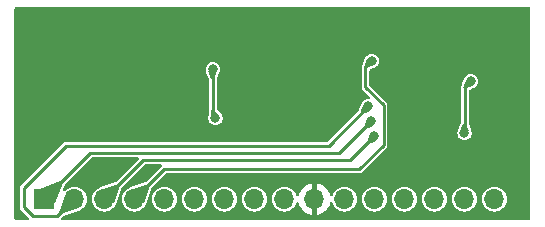
<source format=gbl>
G04 #@! TF.GenerationSoftware,KiCad,Pcbnew,8.0.4*
G04 #@! TF.CreationDate,2024-08-16T15:34:14+02:00*
G04 #@! TF.ProjectId,AT8,4154382e-6b69-4636-9164-5f7063625858,00*
G04 #@! TF.SameCoordinates,Original*
G04 #@! TF.FileFunction,Copper,L2,Bot*
G04 #@! TF.FilePolarity,Positive*
%FSLAX46Y46*%
G04 Gerber Fmt 4.6, Leading zero omitted, Abs format (unit mm)*
G04 Created by KiCad (PCBNEW 8.0.4) date 2024-08-16 15:34:14*
%MOMM*%
%LPD*%
G01*
G04 APERTURE LIST*
G04 #@! TA.AperFunction,ComponentPad*
%ADD10O,1.700000X1.700000*%
G04 #@! TD*
G04 #@! TA.AperFunction,ComponentPad*
%ADD11R,1.700000X1.700000*%
G04 #@! TD*
G04 #@! TA.AperFunction,ViaPad*
%ADD12C,0.800000*%
G04 #@! TD*
G04 #@! TA.AperFunction,Conductor*
%ADD13C,0.250000*%
G04 #@! TD*
G04 #@! TA.AperFunction,Conductor*
%ADD14C,0.254000*%
G04 #@! TD*
G04 APERTURE END LIST*
D10*
X54330000Y-29972000D03*
X51790000Y-29972000D03*
X49250000Y-29972000D03*
X46710000Y-29972000D03*
X44170000Y-29972000D03*
X41630000Y-29972000D03*
X39090000Y-29972000D03*
X36550000Y-29972000D03*
X34010000Y-29972000D03*
X31470000Y-29972000D03*
X28930000Y-29972000D03*
X26390000Y-29972000D03*
X23850000Y-29972000D03*
X21310000Y-29972000D03*
X18770000Y-29972000D03*
D11*
X16230000Y-29972000D03*
D12*
X51816000Y-18730000D03*
X37338000Y-17968000D03*
X44450000Y-19746000D03*
X27432000Y-21778000D03*
X25914067Y-16704067D03*
X54102000Y-24064000D03*
X43662000Y-22098000D03*
X51790000Y-24384000D03*
X44170000Y-24638000D03*
X52324000Y-20000000D03*
X43929000Y-18275000D03*
X43916000Y-23368000D03*
X30708000Y-23114000D03*
X30480000Y-18984000D03*
D13*
X40299000Y-25461000D02*
X43662000Y-22098000D01*
X15240000Y-31430000D02*
X14478000Y-30668000D01*
X18034000Y-25461000D02*
X40299000Y-25461000D01*
X14478000Y-29017000D02*
X18034000Y-25461000D01*
X14478000Y-30668000D02*
X14478000Y-29017000D01*
X17312000Y-31430000D02*
X15240000Y-31430000D01*
X18770000Y-29972000D02*
X17312000Y-31430000D01*
D14*
X51816000Y-24358000D02*
X51790000Y-24384000D01*
X52324000Y-20000000D02*
X51816000Y-20508000D01*
X51816000Y-20508000D02*
X51816000Y-24358000D01*
X24612000Y-26670000D02*
X21310000Y-29972000D01*
X42138000Y-26670000D02*
X24612000Y-26670000D01*
X44170000Y-24638000D02*
X42138000Y-26670000D01*
X44938067Y-22012067D02*
X44938067Y-25393933D01*
X42900000Y-27432000D02*
X26390000Y-27432000D01*
X43408000Y-20482000D02*
X44938067Y-22012067D01*
X26390000Y-27432000D02*
X23850000Y-29972000D01*
X43929000Y-18275000D02*
X43408000Y-18796000D01*
X43408000Y-18796000D02*
X43408000Y-20482000D01*
X44938067Y-25393933D02*
X42900000Y-27432000D01*
X41188000Y-26096000D02*
X20106000Y-26096000D01*
X20106000Y-26096000D02*
X16230000Y-29972000D01*
X43916000Y-23368000D02*
X41188000Y-26096000D01*
X30480000Y-18984000D02*
X30480000Y-22886000D01*
X30480000Y-22886000D02*
X30708000Y-23114000D01*
G04 #@! TA.AperFunction,Conductor*
G36*
X57321039Y-13735685D02*
G01*
X57366794Y-13788489D01*
X57378000Y-13840000D01*
X57378000Y-31626000D01*
X57358315Y-31693039D01*
X57305511Y-31738794D01*
X57254000Y-31750000D01*
X17751689Y-31750000D01*
X17684650Y-31730315D01*
X17638895Y-31677511D01*
X17628951Y-31608353D01*
X17657976Y-31544797D01*
X17664007Y-31538320D01*
X17690825Y-31511501D01*
X17737668Y-31464657D01*
X17784271Y-31435340D01*
X19151700Y-30955287D01*
X19156854Y-30953399D01*
X19157444Y-30953174D01*
X19157446Y-30953172D01*
X19163544Y-30950848D01*
X19163682Y-30951210D01*
X19172437Y-30947691D01*
X19173954Y-30947232D01*
X19356450Y-30849685D01*
X19516410Y-30718410D01*
X19647685Y-30558450D01*
X19745232Y-30375954D01*
X19805300Y-30177934D01*
X19825583Y-29972000D01*
X19805300Y-29766066D01*
X19745232Y-29568046D01*
X19647685Y-29385550D01*
X19555535Y-29273264D01*
X19516410Y-29225589D01*
X19366121Y-29102252D01*
X19356450Y-29094315D01*
X19173954Y-28996768D01*
X18975934Y-28936700D01*
X18975932Y-28936699D01*
X18975934Y-28936699D01*
X18770000Y-28916417D01*
X18564067Y-28936699D01*
X18440618Y-28974147D01*
X18367085Y-28996453D01*
X18366043Y-28996769D01*
X18278114Y-29043769D01*
X18183550Y-29094315D01*
X18183548Y-29094316D01*
X18183547Y-29094317D01*
X18023588Y-29225590D01*
X17988579Y-29268249D01*
X17930833Y-29307583D01*
X17860989Y-29309452D01*
X17801221Y-29273264D01*
X17770505Y-29210508D01*
X17777723Y-29143214D01*
X17941096Y-28738043D01*
X17968414Y-28696739D01*
X20205336Y-26459819D01*
X20266659Y-26426334D01*
X20293017Y-26423500D01*
X24095983Y-26423500D01*
X24163022Y-26443185D01*
X24208777Y-26495989D01*
X24218721Y-26565147D01*
X24189696Y-26628703D01*
X24183664Y-26635181D01*
X22340796Y-28478047D01*
X22294328Y-28507317D01*
X20928036Y-28988789D01*
X20922477Y-28990837D01*
X20915932Y-28993357D01*
X20915780Y-28992962D01*
X20907082Y-28996453D01*
X20906052Y-28996765D01*
X20906043Y-28996769D01*
X20818114Y-29043769D01*
X20723550Y-29094315D01*
X20723548Y-29094316D01*
X20723547Y-29094317D01*
X20563589Y-29225589D01*
X20432317Y-29385547D01*
X20334769Y-29568043D01*
X20274699Y-29766067D01*
X20254417Y-29972000D01*
X20274699Y-30177932D01*
X20274700Y-30177934D01*
X20334768Y-30375954D01*
X20432315Y-30558450D01*
X20432317Y-30558452D01*
X20563589Y-30718410D01*
X20655257Y-30793639D01*
X20723550Y-30849685D01*
X20906046Y-30947232D01*
X21104066Y-31007300D01*
X21104065Y-31007300D01*
X21122529Y-31009118D01*
X21310000Y-31027583D01*
X21515934Y-31007300D01*
X21713954Y-30947232D01*
X21896450Y-30849685D01*
X22056410Y-30718410D01*
X22187685Y-30558450D01*
X22285232Y-30375954D01*
X22286917Y-30370397D01*
X22293164Y-30354087D01*
X22293210Y-30353953D01*
X22293215Y-30353947D01*
X22774680Y-28987668D01*
X22803947Y-28941206D01*
X24711336Y-27033819D01*
X24772659Y-27000334D01*
X24799017Y-26997500D01*
X26061983Y-26997500D01*
X26129022Y-27017185D01*
X26174777Y-27069989D01*
X26184721Y-27139147D01*
X26155696Y-27202703D01*
X26149664Y-27209181D01*
X24880796Y-28478047D01*
X24834328Y-28507317D01*
X23468036Y-28988789D01*
X23462477Y-28990837D01*
X23455932Y-28993357D01*
X23455780Y-28992962D01*
X23447082Y-28996453D01*
X23446052Y-28996765D01*
X23446043Y-28996769D01*
X23358114Y-29043769D01*
X23263550Y-29094315D01*
X23263548Y-29094316D01*
X23263547Y-29094317D01*
X23103589Y-29225589D01*
X22972317Y-29385547D01*
X22874769Y-29568043D01*
X22814699Y-29766067D01*
X22794417Y-29972000D01*
X22814699Y-30177932D01*
X22814700Y-30177934D01*
X22874768Y-30375954D01*
X22972315Y-30558450D01*
X22972317Y-30558452D01*
X23103589Y-30718410D01*
X23195257Y-30793639D01*
X23263550Y-30849685D01*
X23446046Y-30947232D01*
X23644066Y-31007300D01*
X23644065Y-31007300D01*
X23662529Y-31009118D01*
X23850000Y-31027583D01*
X24055934Y-31007300D01*
X24253954Y-30947232D01*
X24436450Y-30849685D01*
X24596410Y-30718410D01*
X24727685Y-30558450D01*
X24825232Y-30375954D01*
X24826917Y-30370397D01*
X24833164Y-30354087D01*
X24833210Y-30353953D01*
X24833215Y-30353947D01*
X24967810Y-29972000D01*
X25334417Y-29972000D01*
X25354699Y-30177932D01*
X25354700Y-30177934D01*
X25414768Y-30375954D01*
X25512315Y-30558450D01*
X25512317Y-30558452D01*
X25643589Y-30718410D01*
X25735257Y-30793639D01*
X25803550Y-30849685D01*
X25986046Y-30947232D01*
X26184066Y-31007300D01*
X26184065Y-31007300D01*
X26202529Y-31009118D01*
X26390000Y-31027583D01*
X26595934Y-31007300D01*
X26793954Y-30947232D01*
X26976450Y-30849685D01*
X27136410Y-30718410D01*
X27267685Y-30558450D01*
X27365232Y-30375954D01*
X27425300Y-30177934D01*
X27445583Y-29972000D01*
X27874417Y-29972000D01*
X27894699Y-30177932D01*
X27894700Y-30177934D01*
X27954768Y-30375954D01*
X28052315Y-30558450D01*
X28052317Y-30558452D01*
X28183589Y-30718410D01*
X28275257Y-30793639D01*
X28343550Y-30849685D01*
X28526046Y-30947232D01*
X28724066Y-31007300D01*
X28724065Y-31007300D01*
X28742529Y-31009118D01*
X28930000Y-31027583D01*
X29135934Y-31007300D01*
X29333954Y-30947232D01*
X29516450Y-30849685D01*
X29676410Y-30718410D01*
X29807685Y-30558450D01*
X29905232Y-30375954D01*
X29965300Y-30177934D01*
X29985583Y-29972000D01*
X30414417Y-29972000D01*
X30434699Y-30177932D01*
X30434700Y-30177934D01*
X30494768Y-30375954D01*
X30592315Y-30558450D01*
X30592317Y-30558452D01*
X30723589Y-30718410D01*
X30815257Y-30793639D01*
X30883550Y-30849685D01*
X31066046Y-30947232D01*
X31264066Y-31007300D01*
X31264065Y-31007300D01*
X31282529Y-31009118D01*
X31470000Y-31027583D01*
X31675934Y-31007300D01*
X31873954Y-30947232D01*
X32056450Y-30849685D01*
X32216410Y-30718410D01*
X32347685Y-30558450D01*
X32445232Y-30375954D01*
X32505300Y-30177934D01*
X32525583Y-29972000D01*
X32954417Y-29972000D01*
X32974699Y-30177932D01*
X32974700Y-30177934D01*
X33034768Y-30375954D01*
X33132315Y-30558450D01*
X33132317Y-30558452D01*
X33263589Y-30718410D01*
X33355257Y-30793639D01*
X33423550Y-30849685D01*
X33606046Y-30947232D01*
X33804066Y-31007300D01*
X33804065Y-31007300D01*
X33822529Y-31009118D01*
X34010000Y-31027583D01*
X34215934Y-31007300D01*
X34413954Y-30947232D01*
X34596450Y-30849685D01*
X34756410Y-30718410D01*
X34887685Y-30558450D01*
X34985232Y-30375954D01*
X35045300Y-30177934D01*
X35065583Y-29972000D01*
X35494417Y-29972000D01*
X35514699Y-30177932D01*
X35514700Y-30177934D01*
X35574768Y-30375954D01*
X35672315Y-30558450D01*
X35672317Y-30558452D01*
X35803589Y-30718410D01*
X35895257Y-30793639D01*
X35963550Y-30849685D01*
X36146046Y-30947232D01*
X36344066Y-31007300D01*
X36344065Y-31007300D01*
X36362529Y-31009118D01*
X36550000Y-31027583D01*
X36755934Y-31007300D01*
X36953954Y-30947232D01*
X37136450Y-30849685D01*
X37296410Y-30718410D01*
X37427685Y-30558450D01*
X37525232Y-30375954D01*
X37545406Y-30309446D01*
X37583702Y-30251010D01*
X37647514Y-30222553D01*
X37716581Y-30233112D01*
X37768975Y-30279336D01*
X37783841Y-30313349D01*
X37816567Y-30435486D01*
X37816570Y-30435492D01*
X37916399Y-30649578D01*
X38051894Y-30843082D01*
X38218917Y-31010105D01*
X38412421Y-31145600D01*
X38626507Y-31245429D01*
X38626516Y-31245433D01*
X38840000Y-31302634D01*
X38840000Y-30405012D01*
X38897007Y-30437925D01*
X39024174Y-30472000D01*
X39155826Y-30472000D01*
X39282993Y-30437925D01*
X39340000Y-30405012D01*
X39340000Y-31302633D01*
X39553483Y-31245433D01*
X39553492Y-31245429D01*
X39767578Y-31145600D01*
X39961082Y-31010105D01*
X40128105Y-30843082D01*
X40263600Y-30649578D01*
X40363429Y-30435492D01*
X40363433Y-30435483D01*
X40396158Y-30313350D01*
X40432522Y-30253690D01*
X40495369Y-30223160D01*
X40564745Y-30231454D01*
X40618623Y-30275939D01*
X40634593Y-30309447D01*
X40654768Y-30375954D01*
X40752315Y-30558450D01*
X40752317Y-30558452D01*
X40883589Y-30718410D01*
X40975257Y-30793639D01*
X41043550Y-30849685D01*
X41226046Y-30947232D01*
X41424066Y-31007300D01*
X41424065Y-31007300D01*
X41442529Y-31009118D01*
X41630000Y-31027583D01*
X41835934Y-31007300D01*
X42033954Y-30947232D01*
X42216450Y-30849685D01*
X42376410Y-30718410D01*
X42507685Y-30558450D01*
X42605232Y-30375954D01*
X42665300Y-30177934D01*
X42685583Y-29972000D01*
X43114417Y-29972000D01*
X43134699Y-30177932D01*
X43134700Y-30177934D01*
X43194768Y-30375954D01*
X43292315Y-30558450D01*
X43292317Y-30558452D01*
X43423589Y-30718410D01*
X43515257Y-30793639D01*
X43583550Y-30849685D01*
X43766046Y-30947232D01*
X43964066Y-31007300D01*
X43964065Y-31007300D01*
X43982529Y-31009118D01*
X44170000Y-31027583D01*
X44375934Y-31007300D01*
X44573954Y-30947232D01*
X44756450Y-30849685D01*
X44916410Y-30718410D01*
X45047685Y-30558450D01*
X45145232Y-30375954D01*
X45205300Y-30177934D01*
X45225583Y-29972000D01*
X45654417Y-29972000D01*
X45674699Y-30177932D01*
X45674700Y-30177934D01*
X45734768Y-30375954D01*
X45832315Y-30558450D01*
X45832317Y-30558452D01*
X45963589Y-30718410D01*
X46055257Y-30793639D01*
X46123550Y-30849685D01*
X46306046Y-30947232D01*
X46504066Y-31007300D01*
X46504065Y-31007300D01*
X46522529Y-31009118D01*
X46710000Y-31027583D01*
X46915934Y-31007300D01*
X47113954Y-30947232D01*
X47296450Y-30849685D01*
X47456410Y-30718410D01*
X47587685Y-30558450D01*
X47685232Y-30375954D01*
X47745300Y-30177934D01*
X47765583Y-29972000D01*
X48194417Y-29972000D01*
X48214699Y-30177932D01*
X48214700Y-30177934D01*
X48274768Y-30375954D01*
X48372315Y-30558450D01*
X48372317Y-30558452D01*
X48503589Y-30718410D01*
X48595257Y-30793639D01*
X48663550Y-30849685D01*
X48846046Y-30947232D01*
X49044066Y-31007300D01*
X49044065Y-31007300D01*
X49062529Y-31009118D01*
X49250000Y-31027583D01*
X49455934Y-31007300D01*
X49653954Y-30947232D01*
X49836450Y-30849685D01*
X49996410Y-30718410D01*
X50127685Y-30558450D01*
X50225232Y-30375954D01*
X50285300Y-30177934D01*
X50305583Y-29972000D01*
X50734417Y-29972000D01*
X50754699Y-30177932D01*
X50754700Y-30177934D01*
X50814768Y-30375954D01*
X50912315Y-30558450D01*
X50912317Y-30558452D01*
X51043589Y-30718410D01*
X51135257Y-30793639D01*
X51203550Y-30849685D01*
X51386046Y-30947232D01*
X51584066Y-31007300D01*
X51584065Y-31007300D01*
X51602529Y-31009118D01*
X51790000Y-31027583D01*
X51995934Y-31007300D01*
X52193954Y-30947232D01*
X52376450Y-30849685D01*
X52536410Y-30718410D01*
X52667685Y-30558450D01*
X52765232Y-30375954D01*
X52825300Y-30177934D01*
X52845583Y-29972000D01*
X53274417Y-29972000D01*
X53294699Y-30177932D01*
X53294700Y-30177934D01*
X53354768Y-30375954D01*
X53452315Y-30558450D01*
X53452317Y-30558452D01*
X53583589Y-30718410D01*
X53675257Y-30793639D01*
X53743550Y-30849685D01*
X53926046Y-30947232D01*
X54124066Y-31007300D01*
X54124065Y-31007300D01*
X54142529Y-31009118D01*
X54330000Y-31027583D01*
X54535934Y-31007300D01*
X54733954Y-30947232D01*
X54916450Y-30849685D01*
X55076410Y-30718410D01*
X55207685Y-30558450D01*
X55305232Y-30375954D01*
X55365300Y-30177934D01*
X55385583Y-29972000D01*
X55365300Y-29766066D01*
X55305232Y-29568046D01*
X55207685Y-29385550D01*
X55115535Y-29273264D01*
X55076410Y-29225589D01*
X54926121Y-29102252D01*
X54916450Y-29094315D01*
X54733954Y-28996768D01*
X54535934Y-28936700D01*
X54535932Y-28936699D01*
X54535934Y-28936699D01*
X54330000Y-28916417D01*
X54124067Y-28936699D01*
X54000618Y-28974147D01*
X53927085Y-28996453D01*
X53926043Y-28996769D01*
X53838114Y-29043769D01*
X53743550Y-29094315D01*
X53743548Y-29094316D01*
X53743547Y-29094317D01*
X53583589Y-29225589D01*
X53452317Y-29385547D01*
X53354769Y-29568043D01*
X53294699Y-29766067D01*
X53274417Y-29972000D01*
X52845583Y-29972000D01*
X52825300Y-29766066D01*
X52765232Y-29568046D01*
X52667685Y-29385550D01*
X52575535Y-29273264D01*
X52536410Y-29225589D01*
X52386121Y-29102252D01*
X52376450Y-29094315D01*
X52193954Y-28996768D01*
X51995934Y-28936700D01*
X51995932Y-28936699D01*
X51995934Y-28936699D01*
X51790000Y-28916417D01*
X51584067Y-28936699D01*
X51460618Y-28974147D01*
X51387085Y-28996453D01*
X51386043Y-28996769D01*
X51298114Y-29043769D01*
X51203550Y-29094315D01*
X51203548Y-29094316D01*
X51203547Y-29094317D01*
X51043589Y-29225589D01*
X50912317Y-29385547D01*
X50814769Y-29568043D01*
X50754699Y-29766067D01*
X50734417Y-29972000D01*
X50305583Y-29972000D01*
X50285300Y-29766066D01*
X50225232Y-29568046D01*
X50127685Y-29385550D01*
X50035535Y-29273264D01*
X49996410Y-29225589D01*
X49846121Y-29102252D01*
X49836450Y-29094315D01*
X49653954Y-28996768D01*
X49455934Y-28936700D01*
X49455932Y-28936699D01*
X49455934Y-28936699D01*
X49250000Y-28916417D01*
X49044067Y-28936699D01*
X48920618Y-28974147D01*
X48847085Y-28996453D01*
X48846043Y-28996769D01*
X48758114Y-29043769D01*
X48663550Y-29094315D01*
X48663548Y-29094316D01*
X48663547Y-29094317D01*
X48503589Y-29225589D01*
X48372317Y-29385547D01*
X48274769Y-29568043D01*
X48214699Y-29766067D01*
X48194417Y-29972000D01*
X47765583Y-29972000D01*
X47745300Y-29766066D01*
X47685232Y-29568046D01*
X47587685Y-29385550D01*
X47495535Y-29273264D01*
X47456410Y-29225589D01*
X47306121Y-29102252D01*
X47296450Y-29094315D01*
X47113954Y-28996768D01*
X46915934Y-28936700D01*
X46915932Y-28936699D01*
X46915934Y-28936699D01*
X46710000Y-28916417D01*
X46504067Y-28936699D01*
X46380618Y-28974147D01*
X46307085Y-28996453D01*
X46306043Y-28996769D01*
X46218114Y-29043769D01*
X46123550Y-29094315D01*
X46123548Y-29094316D01*
X46123547Y-29094317D01*
X45963589Y-29225589D01*
X45832317Y-29385547D01*
X45734769Y-29568043D01*
X45674699Y-29766067D01*
X45654417Y-29972000D01*
X45225583Y-29972000D01*
X45205300Y-29766066D01*
X45145232Y-29568046D01*
X45047685Y-29385550D01*
X44955535Y-29273264D01*
X44916410Y-29225589D01*
X44766121Y-29102252D01*
X44756450Y-29094315D01*
X44573954Y-28996768D01*
X44375934Y-28936700D01*
X44375932Y-28936699D01*
X44375934Y-28936699D01*
X44170000Y-28916417D01*
X43964067Y-28936699D01*
X43840618Y-28974147D01*
X43767085Y-28996453D01*
X43766043Y-28996769D01*
X43678114Y-29043769D01*
X43583550Y-29094315D01*
X43583548Y-29094316D01*
X43583547Y-29094317D01*
X43423589Y-29225589D01*
X43292317Y-29385547D01*
X43194769Y-29568043D01*
X43134699Y-29766067D01*
X43114417Y-29972000D01*
X42685583Y-29972000D01*
X42665300Y-29766066D01*
X42605232Y-29568046D01*
X42507685Y-29385550D01*
X42415535Y-29273264D01*
X42376410Y-29225589D01*
X42226121Y-29102252D01*
X42216450Y-29094315D01*
X42033954Y-28996768D01*
X41835934Y-28936700D01*
X41835932Y-28936699D01*
X41835934Y-28936699D01*
X41630000Y-28916417D01*
X41424067Y-28936699D01*
X41300618Y-28974147D01*
X41227085Y-28996453D01*
X41226043Y-28996769D01*
X41138114Y-29043769D01*
X41043550Y-29094315D01*
X41043548Y-29094316D01*
X41043547Y-29094317D01*
X40883589Y-29225589D01*
X40752317Y-29385547D01*
X40654767Y-29568046D01*
X40634593Y-29634552D01*
X40596296Y-29692990D01*
X40532483Y-29721447D01*
X40463416Y-29710886D01*
X40411023Y-29664661D01*
X40396158Y-29630649D01*
X40363433Y-29508516D01*
X40363429Y-29508507D01*
X40263600Y-29294422D01*
X40263599Y-29294420D01*
X40128113Y-29100926D01*
X40128108Y-29100920D01*
X39961082Y-28933894D01*
X39767578Y-28798399D01*
X39553492Y-28698570D01*
X39553486Y-28698567D01*
X39340000Y-28641364D01*
X39340000Y-29538988D01*
X39282993Y-29506075D01*
X39155826Y-29472000D01*
X39024174Y-29472000D01*
X38897007Y-29506075D01*
X38840000Y-29538988D01*
X38840000Y-28641364D01*
X38839999Y-28641364D01*
X38626513Y-28698567D01*
X38626507Y-28698570D01*
X38412422Y-28798399D01*
X38412420Y-28798400D01*
X38218926Y-28933886D01*
X38218920Y-28933891D01*
X38051891Y-29100920D01*
X38051886Y-29100926D01*
X37916400Y-29294420D01*
X37916399Y-29294422D01*
X37816570Y-29508507D01*
X37816567Y-29508514D01*
X37783841Y-29630650D01*
X37747476Y-29690310D01*
X37684629Y-29720839D01*
X37615253Y-29712544D01*
X37561375Y-29668059D01*
X37545406Y-29634552D01*
X37525232Y-29568046D01*
X37427685Y-29385550D01*
X37335535Y-29273264D01*
X37296410Y-29225589D01*
X37146121Y-29102252D01*
X37136450Y-29094315D01*
X36953954Y-28996768D01*
X36755934Y-28936700D01*
X36755932Y-28936699D01*
X36755934Y-28936699D01*
X36550000Y-28916417D01*
X36344067Y-28936699D01*
X36220618Y-28974147D01*
X36147085Y-28996453D01*
X36146043Y-28996769D01*
X36058114Y-29043769D01*
X35963550Y-29094315D01*
X35963548Y-29094316D01*
X35963547Y-29094317D01*
X35803589Y-29225589D01*
X35672317Y-29385547D01*
X35574769Y-29568043D01*
X35514699Y-29766067D01*
X35494417Y-29972000D01*
X35065583Y-29972000D01*
X35045300Y-29766066D01*
X34985232Y-29568046D01*
X34887685Y-29385550D01*
X34795535Y-29273264D01*
X34756410Y-29225589D01*
X34606121Y-29102252D01*
X34596450Y-29094315D01*
X34413954Y-28996768D01*
X34215934Y-28936700D01*
X34215932Y-28936699D01*
X34215934Y-28936699D01*
X34010000Y-28916417D01*
X33804067Y-28936699D01*
X33680618Y-28974147D01*
X33607085Y-28996453D01*
X33606043Y-28996769D01*
X33518114Y-29043769D01*
X33423550Y-29094315D01*
X33423548Y-29094316D01*
X33423547Y-29094317D01*
X33263589Y-29225589D01*
X33132317Y-29385547D01*
X33034769Y-29568043D01*
X32974699Y-29766067D01*
X32954417Y-29972000D01*
X32525583Y-29972000D01*
X32505300Y-29766066D01*
X32445232Y-29568046D01*
X32347685Y-29385550D01*
X32255535Y-29273264D01*
X32216410Y-29225589D01*
X32066121Y-29102252D01*
X32056450Y-29094315D01*
X31873954Y-28996768D01*
X31675934Y-28936700D01*
X31675932Y-28936699D01*
X31675934Y-28936699D01*
X31470000Y-28916417D01*
X31264067Y-28936699D01*
X31140618Y-28974147D01*
X31067085Y-28996453D01*
X31066043Y-28996769D01*
X30978114Y-29043769D01*
X30883550Y-29094315D01*
X30883548Y-29094316D01*
X30883547Y-29094317D01*
X30723589Y-29225589D01*
X30592317Y-29385547D01*
X30494769Y-29568043D01*
X30434699Y-29766067D01*
X30414417Y-29972000D01*
X29985583Y-29972000D01*
X29965300Y-29766066D01*
X29905232Y-29568046D01*
X29807685Y-29385550D01*
X29715535Y-29273264D01*
X29676410Y-29225589D01*
X29526121Y-29102252D01*
X29516450Y-29094315D01*
X29333954Y-28996768D01*
X29135934Y-28936700D01*
X29135932Y-28936699D01*
X29135934Y-28936699D01*
X28930000Y-28916417D01*
X28724067Y-28936699D01*
X28600618Y-28974147D01*
X28527085Y-28996453D01*
X28526043Y-28996769D01*
X28438114Y-29043769D01*
X28343550Y-29094315D01*
X28343548Y-29094316D01*
X28343547Y-29094317D01*
X28183589Y-29225589D01*
X28052317Y-29385547D01*
X27954769Y-29568043D01*
X27894699Y-29766067D01*
X27874417Y-29972000D01*
X27445583Y-29972000D01*
X27425300Y-29766066D01*
X27365232Y-29568046D01*
X27267685Y-29385550D01*
X27175535Y-29273264D01*
X27136410Y-29225589D01*
X26986121Y-29102252D01*
X26976450Y-29094315D01*
X26793954Y-28996768D01*
X26595934Y-28936700D01*
X26595932Y-28936699D01*
X26595934Y-28936699D01*
X26390000Y-28916417D01*
X26184067Y-28936699D01*
X26060618Y-28974147D01*
X25987085Y-28996453D01*
X25986043Y-28996769D01*
X25898114Y-29043769D01*
X25803550Y-29094315D01*
X25803548Y-29094316D01*
X25803547Y-29094317D01*
X25643589Y-29225589D01*
X25512317Y-29385547D01*
X25414769Y-29568043D01*
X25354699Y-29766067D01*
X25334417Y-29972000D01*
X24967810Y-29972000D01*
X25314680Y-28987668D01*
X25343947Y-28941206D01*
X26489336Y-27795819D01*
X26550659Y-27762334D01*
X26577017Y-27759500D01*
X42943114Y-27759500D01*
X42943116Y-27759500D01*
X43026410Y-27737181D01*
X43101090Y-27694065D01*
X45200132Y-25595023D01*
X45243248Y-25520343D01*
X45265567Y-25437049D01*
X45265567Y-25350817D01*
X45265567Y-24383998D01*
X51184318Y-24383998D01*
X51184318Y-24384001D01*
X51204955Y-24540760D01*
X51204956Y-24540762D01*
X51265464Y-24686841D01*
X51361718Y-24812282D01*
X51487159Y-24908536D01*
X51633238Y-24969044D01*
X51711619Y-24979363D01*
X51789999Y-24989682D01*
X51790000Y-24989682D01*
X51790001Y-24989682D01*
X51842254Y-24982802D01*
X51946762Y-24969044D01*
X52092841Y-24908536D01*
X52218282Y-24812282D01*
X52314536Y-24686841D01*
X52375044Y-24540762D01*
X52388802Y-24436254D01*
X52395682Y-24384001D01*
X52395682Y-24383998D01*
X52375044Y-24227239D01*
X52375044Y-24227238D01*
X52359665Y-24190111D01*
X52351260Y-24158623D01*
X52350775Y-24154883D01*
X52150009Y-23559906D01*
X52143500Y-23520260D01*
X52143500Y-20812258D01*
X52163185Y-20745219D01*
X52215989Y-20699464D01*
X52220184Y-20697641D01*
X52544523Y-20564020D01*
X52544522Y-20564019D01*
X52568523Y-20554132D01*
X52571464Y-20550495D01*
X52594566Y-20537903D01*
X52626841Y-20524536D01*
X52752282Y-20428282D01*
X52848536Y-20302841D01*
X52909044Y-20156762D01*
X52929682Y-20000000D01*
X52909044Y-19843238D01*
X52848536Y-19697159D01*
X52752282Y-19571718D01*
X52626841Y-19475464D01*
X52480762Y-19414956D01*
X52480760Y-19414955D01*
X52324001Y-19394318D01*
X52323999Y-19394318D01*
X52167239Y-19414955D01*
X52167237Y-19414956D01*
X52021160Y-19475463D01*
X51895716Y-19571719D01*
X51799465Y-19697156D01*
X51774840Y-19756604D01*
X51766662Y-19772857D01*
X51756811Y-19789305D01*
X51756809Y-19789309D01*
X51704974Y-19934332D01*
X51591120Y-20252862D01*
X51562043Y-20298801D01*
X51553936Y-20306908D01*
X51553934Y-20306911D01*
X51510819Y-20381589D01*
X51488500Y-20464885D01*
X51488500Y-23511060D01*
X51478888Y-23558928D01*
X51235394Y-24140800D01*
X51235392Y-24140808D01*
X51232666Y-24154301D01*
X51225684Y-24177193D01*
X51204956Y-24227236D01*
X51184318Y-24383998D01*
X45265567Y-24383998D01*
X45265567Y-21968951D01*
X45243248Y-21885657D01*
X45200132Y-21810977D01*
X45139157Y-21750002D01*
X43771819Y-20382664D01*
X43738334Y-20321341D01*
X43735500Y-20294983D01*
X43735500Y-19085831D01*
X43755185Y-19018792D01*
X43807989Y-18973037D01*
X43814210Y-18970398D01*
X44146042Y-18840204D01*
X44147644Y-18839568D01*
X44147838Y-18839490D01*
X44158935Y-18832165D01*
X44179775Y-18821101D01*
X44231841Y-18799536D01*
X44357282Y-18703282D01*
X44453536Y-18577841D01*
X44514044Y-18431762D01*
X44534682Y-18275000D01*
X44514044Y-18118238D01*
X44453536Y-17972159D01*
X44357282Y-17846718D01*
X44231841Y-17750464D01*
X44085762Y-17689956D01*
X44085760Y-17689955D01*
X43929001Y-17669318D01*
X43928999Y-17669318D01*
X43772239Y-17689955D01*
X43772237Y-17689956D01*
X43626160Y-17750463D01*
X43500716Y-17846719D01*
X43404465Y-17972157D01*
X43404464Y-17972158D01*
X43404464Y-17972159D01*
X43381429Y-18027765D01*
X43372104Y-18045897D01*
X43362943Y-18060593D01*
X43179814Y-18545480D01*
X43151497Y-18589346D01*
X43145937Y-18594906D01*
X43102819Y-18669589D01*
X43102819Y-18669590D01*
X43080500Y-18752884D01*
X43080500Y-20438884D01*
X43080500Y-20525116D01*
X43088275Y-20554132D01*
X43102819Y-20608410D01*
X43145934Y-20683088D01*
X43145936Y-20683091D01*
X43743482Y-21280637D01*
X43776967Y-21341960D01*
X43771983Y-21411652D01*
X43730111Y-21467585D01*
X43669898Y-21490043D01*
X43670058Y-21491257D01*
X43664782Y-21491951D01*
X43664647Y-21492002D01*
X43664306Y-21492014D01*
X43505239Y-21512955D01*
X43505237Y-21512956D01*
X43359160Y-21573463D01*
X43233716Y-21669719D01*
X43137463Y-21795159D01*
X43119442Y-21838665D01*
X43105784Y-21863284D01*
X43100494Y-21870688D01*
X43100487Y-21870701D01*
X42869933Y-22381503D01*
X42839570Y-22448773D01*
X42814230Y-22485441D01*
X40200492Y-25099181D01*
X40139169Y-25132666D01*
X40112811Y-25135500D01*
X17991147Y-25135500D01*
X17908362Y-25157682D01*
X17908361Y-25157682D01*
X17908359Y-25157683D01*
X17899954Y-25162536D01*
X17899952Y-25162538D01*
X17834139Y-25200534D01*
X17834136Y-25200536D01*
X14217537Y-28817135D01*
X14217535Y-28817138D01*
X14174682Y-28891361D01*
X14162997Y-28934971D01*
X14162997Y-28934972D01*
X14162996Y-28934971D01*
X14152500Y-28974145D01*
X14152500Y-30710852D01*
X14174682Y-30793640D01*
X14196108Y-30830750D01*
X14217535Y-30867862D01*
X14595106Y-31245433D01*
X14887993Y-31538319D01*
X14921478Y-31599642D01*
X14916494Y-31669333D01*
X14874623Y-31725267D01*
X14809158Y-31749684D01*
X14800312Y-31750000D01*
X13814000Y-31750000D01*
X13746961Y-31730315D01*
X13701206Y-31677511D01*
X13690000Y-31626000D01*
X13690000Y-18983998D01*
X29874318Y-18983998D01*
X29874318Y-18984001D01*
X29894955Y-19140760D01*
X29894956Y-19140761D01*
X29912771Y-19183772D01*
X29920577Y-19211169D01*
X29921987Y-19219778D01*
X30017852Y-19475464D01*
X30135521Y-19789308D01*
X30144608Y-19813543D01*
X30152500Y-19857075D01*
X30152500Y-22356554D01*
X30148371Y-22388287D01*
X30147214Y-22392654D01*
X30120576Y-22818577D01*
X30120576Y-22818578D01*
X30103676Y-23088759D01*
X30103385Y-23094885D01*
X30103148Y-23102116D01*
X30102575Y-23102097D01*
X30102318Y-23110926D01*
X30102318Y-23114001D01*
X30112637Y-23192381D01*
X30122956Y-23270762D01*
X30183464Y-23416841D01*
X30279718Y-23542282D01*
X30405159Y-23638536D01*
X30551238Y-23699044D01*
X30629619Y-23709363D01*
X30707999Y-23719682D01*
X30708000Y-23719682D01*
X30708001Y-23719682D01*
X30760254Y-23712802D01*
X30864762Y-23699044D01*
X31010841Y-23638536D01*
X31136282Y-23542282D01*
X31232536Y-23416841D01*
X31293044Y-23270762D01*
X31306802Y-23166254D01*
X31313682Y-23114001D01*
X31313682Y-23113998D01*
X31293044Y-22957239D01*
X31293042Y-22957234D01*
X31232538Y-22811163D01*
X31232535Y-22811158D01*
X31144380Y-22696272D01*
X31141610Y-22692131D01*
X31141510Y-22692203D01*
X31137949Y-22687246D01*
X30838369Y-22346455D01*
X30808891Y-22283108D01*
X30807500Y-22264586D01*
X30807500Y-19857075D01*
X30815392Y-19813543D01*
X30824478Y-19789309D01*
X31038011Y-19219781D01*
X31039753Y-19209718D01*
X31047375Y-19183417D01*
X31065044Y-19140762D01*
X31085682Y-18984000D01*
X31083891Y-18970398D01*
X31065044Y-18827239D01*
X31065044Y-18827238D01*
X31004536Y-18681159D01*
X30908282Y-18555718D01*
X30782841Y-18459464D01*
X30636762Y-18398956D01*
X30636760Y-18398955D01*
X30480001Y-18378318D01*
X30479999Y-18378318D01*
X30323239Y-18398955D01*
X30323237Y-18398956D01*
X30177160Y-18459463D01*
X30051718Y-18555718D01*
X29955463Y-18681160D01*
X29894956Y-18827237D01*
X29894955Y-18827239D01*
X29874318Y-18983998D01*
X13690000Y-18983998D01*
X13690000Y-13840000D01*
X13709685Y-13772961D01*
X13762489Y-13727206D01*
X13814000Y-13716000D01*
X57254000Y-13716000D01*
X57321039Y-13735685D01*
G37*
G04 #@! TD.AperFunction*
G04 #@! TA.AperFunction,Conductor*
G36*
X43302909Y-21949232D02*
G01*
X43445763Y-22008018D01*
X43658195Y-22095436D01*
X43664542Y-22101754D01*
X43664563Y-22101804D01*
X43810767Y-22457090D01*
X43810746Y-22466044D01*
X43804760Y-22472206D01*
X43192071Y-22748747D01*
X43183121Y-22749027D01*
X43178985Y-22746356D01*
X43013643Y-22581014D01*
X43010216Y-22572741D01*
X43011252Y-22567928D01*
X43057238Y-22466044D01*
X43287794Y-21955238D01*
X43294320Y-21949108D01*
X43302909Y-21949232D01*
G37*
G04 #@! TD.AperFunction*
G04 #@! TA.AperFunction,Conductor*
G36*
X17996106Y-29651428D02*
G01*
X18766215Y-29969438D01*
X18772552Y-29975761D01*
X18772562Y-29975785D01*
X19090567Y-30745883D01*
X19090558Y-30754838D01*
X19084219Y-30761163D01*
X19083629Y-30761388D01*
X17663251Y-31260031D01*
X17654309Y-31259539D01*
X17651102Y-31257265D01*
X17484734Y-31090897D01*
X17481307Y-31082624D01*
X17481968Y-31078748D01*
X17593461Y-30761163D01*
X17980612Y-29658368D01*
X17986584Y-29651699D01*
X17995526Y-29651207D01*
X17996106Y-29651428D01*
G37*
G04 #@! TD.AperFunction*
G04 #@! TA.AperFunction,Conductor*
G36*
X51965757Y-19851580D02*
G01*
X52319496Y-19997146D01*
X52325843Y-20003464D01*
X52325858Y-20003499D01*
X52472601Y-20358728D01*
X52472592Y-20367683D01*
X52466254Y-20374009D01*
X52466244Y-20374013D01*
X51945141Y-20588698D01*
X51940684Y-20589580D01*
X51705607Y-20589580D01*
X51697334Y-20586153D01*
X51693907Y-20577880D01*
X51694590Y-20573942D01*
X51898484Y-20003499D01*
X51950320Y-19858474D01*
X51956331Y-19851838D01*
X51965275Y-19851396D01*
X51965757Y-19851580D01*
G37*
G04 #@! TD.AperFunction*
G04 #@! TA.AperFunction,Conductor*
G36*
X51942873Y-23592599D02*
G01*
X51945686Y-23597131D01*
X52156062Y-24220586D01*
X52155460Y-24229521D01*
X52149478Y-24235126D01*
X51794502Y-24383123D01*
X51785548Y-24383144D01*
X51785498Y-24383123D01*
X51431261Y-24235435D01*
X51424943Y-24229088D01*
X51424964Y-24220134D01*
X51685994Y-23596354D01*
X51692349Y-23590046D01*
X51696787Y-23589172D01*
X51934600Y-23589172D01*
X51942873Y-23592599D01*
G37*
G04 #@! TD.AperFunction*
G04 #@! TA.AperFunction,Conductor*
G36*
X22424270Y-28683047D02*
G01*
X22427490Y-28685327D01*
X22596672Y-28854509D01*
X22600099Y-28862782D01*
X22599434Y-28866671D01*
X22099397Y-30285647D01*
X22093415Y-30292311D01*
X22084473Y-30292793D01*
X22083896Y-30292572D01*
X21313785Y-29974562D01*
X21307447Y-29968238D01*
X20989427Y-29198103D01*
X20989436Y-29189148D01*
X20995775Y-29182823D01*
X20996331Y-29182609D01*
X22415329Y-28682565D01*
X22424270Y-28683047D01*
G37*
G04 #@! TD.AperFunction*
G04 #@! TA.AperFunction,Conductor*
G36*
X43810880Y-24489219D02*
G01*
X44166195Y-24635436D01*
X44172542Y-24641754D01*
X44172563Y-24641804D01*
X44318779Y-24997118D01*
X44318758Y-25006072D01*
X44312801Y-25012221D01*
X43701498Y-25290132D01*
X43692549Y-25290436D01*
X43688383Y-25287754D01*
X43520245Y-25119616D01*
X43516818Y-25111343D01*
X43517866Y-25106505D01*
X43795779Y-24495197D01*
X43802322Y-24489085D01*
X43810880Y-24489219D01*
G37*
G04 #@! TD.AperFunction*
G04 #@! TA.AperFunction,Conductor*
G36*
X24964270Y-28683047D02*
G01*
X24967490Y-28685327D01*
X25136672Y-28854509D01*
X25140099Y-28862782D01*
X25139434Y-28866671D01*
X24639397Y-30285647D01*
X24633415Y-30292311D01*
X24624473Y-30292793D01*
X24623896Y-30292572D01*
X23853785Y-29974562D01*
X23847447Y-29968238D01*
X23529427Y-29198103D01*
X23529436Y-29189148D01*
X23535775Y-29182823D01*
X23536331Y-29182609D01*
X24955329Y-28682565D01*
X24964270Y-28683047D01*
G37*
G04 #@! TD.AperFunction*
G04 #@! TA.AperFunction,Conductor*
G36*
X43570578Y-18126507D02*
G01*
X43924496Y-18272146D01*
X43930843Y-18278464D01*
X43930858Y-18278499D01*
X44077525Y-18633543D01*
X44077516Y-18642498D01*
X44071178Y-18648824D01*
X44070984Y-18648902D01*
X43537059Y-18858388D01*
X43532786Y-18859196D01*
X43297925Y-18859196D01*
X43289652Y-18855769D01*
X43286225Y-18847496D01*
X43286980Y-18843362D01*
X43360452Y-18648824D01*
X43555192Y-18133195D01*
X43561319Y-18126668D01*
X43570270Y-18126386D01*
X43570578Y-18126507D01*
G37*
G04 #@! TD.AperFunction*
G04 #@! TA.AperFunction,Conductor*
G36*
X17593015Y-28434134D02*
G01*
X17596709Y-28436628D01*
X17765371Y-28605290D01*
X17768798Y-28613563D01*
X17767949Y-28617938D01*
X17084412Y-30313138D01*
X17078140Y-30319530D01*
X17069186Y-30319614D01*
X17069094Y-30319577D01*
X16233784Y-29974562D01*
X16227446Y-29968236D01*
X15882422Y-29132904D01*
X15882431Y-29123950D01*
X15888767Y-29117625D01*
X17584063Y-28434050D01*
X17593015Y-28434134D01*
G37*
G04 #@! TD.AperFunction*
G04 #@! TA.AperFunction,Conductor*
G36*
X43556880Y-23219219D02*
G01*
X43912195Y-23365436D01*
X43918542Y-23371754D01*
X43918563Y-23371804D01*
X44064779Y-23727118D01*
X44064758Y-23736072D01*
X44058801Y-23742221D01*
X43447498Y-24020132D01*
X43438549Y-24020436D01*
X43434383Y-24017754D01*
X43266245Y-23849616D01*
X43262818Y-23841343D01*
X43263866Y-23836505D01*
X43541779Y-23225197D01*
X43548322Y-23219085D01*
X43556880Y-23219219D01*
G37*
G04 #@! TD.AperFunction*
G04 #@! TA.AperFunction,Conductor*
G36*
X30839138Y-19132731D02*
G01*
X30845456Y-19139078D01*
X30845591Y-19147637D01*
X30609847Y-19776407D01*
X30603734Y-19782951D01*
X30598892Y-19784000D01*
X30361108Y-19784000D01*
X30352835Y-19780573D01*
X30350153Y-19776407D01*
X30114408Y-19147635D01*
X30114712Y-19138688D01*
X30120859Y-19132732D01*
X30475500Y-18984875D01*
X30484449Y-18984855D01*
X30839138Y-19132731D01*
G37*
G04 #@! TD.AperFunction*
G04 #@! TA.AperFunction,Conductor*
G36*
X30609980Y-22397939D02*
G01*
X30610494Y-22398487D01*
X30983611Y-22822930D01*
X30986500Y-22831406D01*
X30983112Y-22838914D01*
X30711441Y-23111546D01*
X30703174Y-23114987D01*
X30703124Y-23114987D01*
X30320423Y-23114031D01*
X30312158Y-23110583D01*
X30308752Y-23102302D01*
X30308775Y-23101601D01*
X30325675Y-22831406D01*
X30352314Y-22405482D01*
X30356250Y-22397439D01*
X30363991Y-22394512D01*
X30601707Y-22394512D01*
X30609980Y-22397939D01*
G37*
G04 #@! TD.AperFunction*
M02*

</source>
